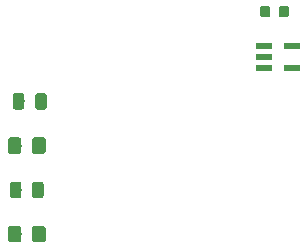
<source format=gbr>
G04 #@! TF.GenerationSoftware,KiCad,Pcbnew,6.0.0-rc1-unknown-46fddab~66~ubuntu16.04.1*
G04 #@! TF.CreationDate,2018-09-29T20:34:26+01:00*
G04 #@! TF.ProjectId,test,746573742E6B696361645F7063620000,rev?*
G04 #@! TF.SameCoordinates,Original*
G04 #@! TF.FileFunction,Paste,Top*
G04 #@! TF.FilePolarity,Positive*
%FSLAX46Y46*%
G04 Gerber Fmt 4.6, Leading zero omitted, Abs format (unit mm)*
G04 Created by KiCad (PCBNEW 6.0.0-rc1-unknown-46fddab~66~ubuntu16.04.1) date Sat Sep 29 20:34:26 2018*
%MOMM*%
%LPD*%
G01*
G04 APERTURE LIST*
%ADD10C,0.100000*%
%ADD11C,0.875000*%
%ADD12R,1.390000X0.580000*%
%ADD13C,1.150000*%
%ADD14C,0.975000*%
G04 APERTURE END LIST*
D10*
G04 #@! TO.C,C4*
G36*
X171918691Y-73440053D02*
X171939926Y-73443203D01*
X171960750Y-73448419D01*
X171980962Y-73455651D01*
X172000368Y-73464830D01*
X172018781Y-73475866D01*
X172036024Y-73488654D01*
X172051930Y-73503070D01*
X172066346Y-73518976D01*
X172079134Y-73536219D01*
X172090170Y-73554632D01*
X172099349Y-73574038D01*
X172106581Y-73594250D01*
X172111797Y-73615074D01*
X172114947Y-73636309D01*
X172116000Y-73657750D01*
X172116000Y-74170250D01*
X172114947Y-74191691D01*
X172111797Y-74212926D01*
X172106581Y-74233750D01*
X172099349Y-74253962D01*
X172090170Y-74273368D01*
X172079134Y-74291781D01*
X172066346Y-74309024D01*
X172051930Y-74324930D01*
X172036024Y-74339346D01*
X172018781Y-74352134D01*
X172000368Y-74363170D01*
X171980962Y-74372349D01*
X171960750Y-74379581D01*
X171939926Y-74384797D01*
X171918691Y-74387947D01*
X171897250Y-74389000D01*
X171459750Y-74389000D01*
X171438309Y-74387947D01*
X171417074Y-74384797D01*
X171396250Y-74379581D01*
X171376038Y-74372349D01*
X171356632Y-74363170D01*
X171338219Y-74352134D01*
X171320976Y-74339346D01*
X171305070Y-74324930D01*
X171290654Y-74309024D01*
X171277866Y-74291781D01*
X171266830Y-74273368D01*
X171257651Y-74253962D01*
X171250419Y-74233750D01*
X171245203Y-74212926D01*
X171242053Y-74191691D01*
X171241000Y-74170250D01*
X171241000Y-73657750D01*
X171242053Y-73636309D01*
X171245203Y-73615074D01*
X171250419Y-73594250D01*
X171257651Y-73574038D01*
X171266830Y-73554632D01*
X171277866Y-73536219D01*
X171290654Y-73518976D01*
X171305070Y-73503070D01*
X171320976Y-73488654D01*
X171338219Y-73475866D01*
X171356632Y-73464830D01*
X171376038Y-73455651D01*
X171396250Y-73448419D01*
X171417074Y-73443203D01*
X171438309Y-73440053D01*
X171459750Y-73439000D01*
X171897250Y-73439000D01*
X171918691Y-73440053D01*
X171918691Y-73440053D01*
G37*
D11*
X171678500Y-73914000D03*
D10*
G36*
X173493691Y-73440053D02*
X173514926Y-73443203D01*
X173535750Y-73448419D01*
X173555962Y-73455651D01*
X173575368Y-73464830D01*
X173593781Y-73475866D01*
X173611024Y-73488654D01*
X173626930Y-73503070D01*
X173641346Y-73518976D01*
X173654134Y-73536219D01*
X173665170Y-73554632D01*
X173674349Y-73574038D01*
X173681581Y-73594250D01*
X173686797Y-73615074D01*
X173689947Y-73636309D01*
X173691000Y-73657750D01*
X173691000Y-74170250D01*
X173689947Y-74191691D01*
X173686797Y-74212926D01*
X173681581Y-74233750D01*
X173674349Y-74253962D01*
X173665170Y-74273368D01*
X173654134Y-74291781D01*
X173641346Y-74309024D01*
X173626930Y-74324930D01*
X173611024Y-74339346D01*
X173593781Y-74352134D01*
X173575368Y-74363170D01*
X173555962Y-74372349D01*
X173535750Y-74379581D01*
X173514926Y-74384797D01*
X173493691Y-74387947D01*
X173472250Y-74389000D01*
X173034750Y-74389000D01*
X173013309Y-74387947D01*
X172992074Y-74384797D01*
X172971250Y-74379581D01*
X172951038Y-74372349D01*
X172931632Y-74363170D01*
X172913219Y-74352134D01*
X172895976Y-74339346D01*
X172880070Y-74324930D01*
X172865654Y-74309024D01*
X172852866Y-74291781D01*
X172841830Y-74273368D01*
X172832651Y-74253962D01*
X172825419Y-74233750D01*
X172820203Y-74212926D01*
X172817053Y-74191691D01*
X172816000Y-74170250D01*
X172816000Y-73657750D01*
X172817053Y-73636309D01*
X172820203Y-73615074D01*
X172825419Y-73594250D01*
X172832651Y-73574038D01*
X172841830Y-73554632D01*
X172852866Y-73536219D01*
X172865654Y-73518976D01*
X172880070Y-73503070D01*
X172895976Y-73488654D01*
X172913219Y-73475866D01*
X172931632Y-73464830D01*
X172951038Y-73455651D01*
X172971250Y-73448419D01*
X172992074Y-73443203D01*
X173013309Y-73440053D01*
X173034750Y-73439000D01*
X173472250Y-73439000D01*
X173493691Y-73440053D01*
X173493691Y-73440053D01*
G37*
D11*
X173253500Y-73914000D03*
G04 #@! TD*
D12*
G04 #@! TO.C,U4*
X171585000Y-76800000D03*
X171585000Y-77750000D03*
X171585000Y-78700000D03*
X173915000Y-78700000D03*
X173915000Y-76800000D03*
G04 #@! TD*
D10*
G04 #@! TO.C,D2*
G36*
X150824505Y-84551204D02*
X150848773Y-84554804D01*
X150872572Y-84560765D01*
X150895671Y-84569030D01*
X150917850Y-84579520D01*
X150938893Y-84592132D01*
X150958599Y-84606747D01*
X150976777Y-84623223D01*
X150993253Y-84641401D01*
X151007868Y-84661107D01*
X151020480Y-84682150D01*
X151030970Y-84704329D01*
X151039235Y-84727428D01*
X151045196Y-84751227D01*
X151048796Y-84775495D01*
X151050000Y-84799999D01*
X151050000Y-85700001D01*
X151048796Y-85724505D01*
X151045196Y-85748773D01*
X151039235Y-85772572D01*
X151030970Y-85795671D01*
X151020480Y-85817850D01*
X151007868Y-85838893D01*
X150993253Y-85858599D01*
X150976777Y-85876777D01*
X150958599Y-85893253D01*
X150938893Y-85907868D01*
X150917850Y-85920480D01*
X150895671Y-85930970D01*
X150872572Y-85939235D01*
X150848773Y-85945196D01*
X150824505Y-85948796D01*
X150800001Y-85950000D01*
X150149999Y-85950000D01*
X150125495Y-85948796D01*
X150101227Y-85945196D01*
X150077428Y-85939235D01*
X150054329Y-85930970D01*
X150032150Y-85920480D01*
X150011107Y-85907868D01*
X149991401Y-85893253D01*
X149973223Y-85876777D01*
X149956747Y-85858599D01*
X149942132Y-85838893D01*
X149929520Y-85817850D01*
X149919030Y-85795671D01*
X149910765Y-85772572D01*
X149904804Y-85748773D01*
X149901204Y-85724505D01*
X149900000Y-85700001D01*
X149900000Y-84799999D01*
X149901204Y-84775495D01*
X149904804Y-84751227D01*
X149910765Y-84727428D01*
X149919030Y-84704329D01*
X149929520Y-84682150D01*
X149942132Y-84661107D01*
X149956747Y-84641401D01*
X149973223Y-84623223D01*
X149991401Y-84606747D01*
X150011107Y-84592132D01*
X150032150Y-84579520D01*
X150054329Y-84569030D01*
X150077428Y-84560765D01*
X150101227Y-84554804D01*
X150125495Y-84551204D01*
X150149999Y-84550000D01*
X150800001Y-84550000D01*
X150824505Y-84551204D01*
X150824505Y-84551204D01*
G37*
D13*
X150475000Y-85250000D03*
D10*
G36*
X152874505Y-84551204D02*
X152898773Y-84554804D01*
X152922572Y-84560765D01*
X152945671Y-84569030D01*
X152967850Y-84579520D01*
X152988893Y-84592132D01*
X153008599Y-84606747D01*
X153026777Y-84623223D01*
X153043253Y-84641401D01*
X153057868Y-84661107D01*
X153070480Y-84682150D01*
X153080970Y-84704329D01*
X153089235Y-84727428D01*
X153095196Y-84751227D01*
X153098796Y-84775495D01*
X153100000Y-84799999D01*
X153100000Y-85700001D01*
X153098796Y-85724505D01*
X153095196Y-85748773D01*
X153089235Y-85772572D01*
X153080970Y-85795671D01*
X153070480Y-85817850D01*
X153057868Y-85838893D01*
X153043253Y-85858599D01*
X153026777Y-85876777D01*
X153008599Y-85893253D01*
X152988893Y-85907868D01*
X152967850Y-85920480D01*
X152945671Y-85930970D01*
X152922572Y-85939235D01*
X152898773Y-85945196D01*
X152874505Y-85948796D01*
X152850001Y-85950000D01*
X152199999Y-85950000D01*
X152175495Y-85948796D01*
X152151227Y-85945196D01*
X152127428Y-85939235D01*
X152104329Y-85930970D01*
X152082150Y-85920480D01*
X152061107Y-85907868D01*
X152041401Y-85893253D01*
X152023223Y-85876777D01*
X152006747Y-85858599D01*
X151992132Y-85838893D01*
X151979520Y-85817850D01*
X151969030Y-85795671D01*
X151960765Y-85772572D01*
X151954804Y-85748773D01*
X151951204Y-85724505D01*
X151950000Y-85700001D01*
X151950000Y-84799999D01*
X151951204Y-84775495D01*
X151954804Y-84751227D01*
X151960765Y-84727428D01*
X151969030Y-84704329D01*
X151979520Y-84682150D01*
X151992132Y-84661107D01*
X152006747Y-84641401D01*
X152023223Y-84623223D01*
X152041401Y-84606747D01*
X152061107Y-84592132D01*
X152082150Y-84579520D01*
X152104329Y-84569030D01*
X152127428Y-84560765D01*
X152151227Y-84554804D01*
X152175495Y-84551204D01*
X152199999Y-84550000D01*
X152850001Y-84550000D01*
X152874505Y-84551204D01*
X152874505Y-84551204D01*
G37*
D13*
X152525000Y-85250000D03*
G04 #@! TD*
D10*
G04 #@! TO.C,D3*
G36*
X152874505Y-92051204D02*
X152898773Y-92054804D01*
X152922572Y-92060765D01*
X152945671Y-92069030D01*
X152967850Y-92079520D01*
X152988893Y-92092132D01*
X153008599Y-92106747D01*
X153026777Y-92123223D01*
X153043253Y-92141401D01*
X153057868Y-92161107D01*
X153070480Y-92182150D01*
X153080970Y-92204329D01*
X153089235Y-92227428D01*
X153095196Y-92251227D01*
X153098796Y-92275495D01*
X153100000Y-92299999D01*
X153100000Y-93200001D01*
X153098796Y-93224505D01*
X153095196Y-93248773D01*
X153089235Y-93272572D01*
X153080970Y-93295671D01*
X153070480Y-93317850D01*
X153057868Y-93338893D01*
X153043253Y-93358599D01*
X153026777Y-93376777D01*
X153008599Y-93393253D01*
X152988893Y-93407868D01*
X152967850Y-93420480D01*
X152945671Y-93430970D01*
X152922572Y-93439235D01*
X152898773Y-93445196D01*
X152874505Y-93448796D01*
X152850001Y-93450000D01*
X152199999Y-93450000D01*
X152175495Y-93448796D01*
X152151227Y-93445196D01*
X152127428Y-93439235D01*
X152104329Y-93430970D01*
X152082150Y-93420480D01*
X152061107Y-93407868D01*
X152041401Y-93393253D01*
X152023223Y-93376777D01*
X152006747Y-93358599D01*
X151992132Y-93338893D01*
X151979520Y-93317850D01*
X151969030Y-93295671D01*
X151960765Y-93272572D01*
X151954804Y-93248773D01*
X151951204Y-93224505D01*
X151950000Y-93200001D01*
X151950000Y-92299999D01*
X151951204Y-92275495D01*
X151954804Y-92251227D01*
X151960765Y-92227428D01*
X151969030Y-92204329D01*
X151979520Y-92182150D01*
X151992132Y-92161107D01*
X152006747Y-92141401D01*
X152023223Y-92123223D01*
X152041401Y-92106747D01*
X152061107Y-92092132D01*
X152082150Y-92079520D01*
X152104329Y-92069030D01*
X152127428Y-92060765D01*
X152151227Y-92054804D01*
X152175495Y-92051204D01*
X152199999Y-92050000D01*
X152850001Y-92050000D01*
X152874505Y-92051204D01*
X152874505Y-92051204D01*
G37*
D13*
X152525000Y-92750000D03*
D10*
G36*
X150824505Y-92051204D02*
X150848773Y-92054804D01*
X150872572Y-92060765D01*
X150895671Y-92069030D01*
X150917850Y-92079520D01*
X150938893Y-92092132D01*
X150958599Y-92106747D01*
X150976777Y-92123223D01*
X150993253Y-92141401D01*
X151007868Y-92161107D01*
X151020480Y-92182150D01*
X151030970Y-92204329D01*
X151039235Y-92227428D01*
X151045196Y-92251227D01*
X151048796Y-92275495D01*
X151050000Y-92299999D01*
X151050000Y-93200001D01*
X151048796Y-93224505D01*
X151045196Y-93248773D01*
X151039235Y-93272572D01*
X151030970Y-93295671D01*
X151020480Y-93317850D01*
X151007868Y-93338893D01*
X150993253Y-93358599D01*
X150976777Y-93376777D01*
X150958599Y-93393253D01*
X150938893Y-93407868D01*
X150917850Y-93420480D01*
X150895671Y-93430970D01*
X150872572Y-93439235D01*
X150848773Y-93445196D01*
X150824505Y-93448796D01*
X150800001Y-93450000D01*
X150149999Y-93450000D01*
X150125495Y-93448796D01*
X150101227Y-93445196D01*
X150077428Y-93439235D01*
X150054329Y-93430970D01*
X150032150Y-93420480D01*
X150011107Y-93407868D01*
X149991401Y-93393253D01*
X149973223Y-93376777D01*
X149956747Y-93358599D01*
X149942132Y-93338893D01*
X149929520Y-93317850D01*
X149919030Y-93295671D01*
X149910765Y-93272572D01*
X149904804Y-93248773D01*
X149901204Y-93224505D01*
X149900000Y-93200001D01*
X149900000Y-92299999D01*
X149901204Y-92275495D01*
X149904804Y-92251227D01*
X149910765Y-92227428D01*
X149919030Y-92204329D01*
X149929520Y-92182150D01*
X149942132Y-92161107D01*
X149956747Y-92141401D01*
X149973223Y-92123223D01*
X149991401Y-92106747D01*
X150011107Y-92092132D01*
X150032150Y-92079520D01*
X150054329Y-92069030D01*
X150077428Y-92060765D01*
X150101227Y-92054804D01*
X150125495Y-92051204D01*
X150149999Y-92050000D01*
X150800001Y-92050000D01*
X150824505Y-92051204D01*
X150824505Y-92051204D01*
G37*
D13*
X150475000Y-92750000D03*
G04 #@! TD*
D10*
G04 #@! TO.C,R18*
G36*
X152955142Y-80801174D02*
X152978803Y-80804684D01*
X153002007Y-80810496D01*
X153024529Y-80818554D01*
X153046153Y-80828782D01*
X153066670Y-80841079D01*
X153085883Y-80855329D01*
X153103607Y-80871393D01*
X153119671Y-80889117D01*
X153133921Y-80908330D01*
X153146218Y-80928847D01*
X153156446Y-80950471D01*
X153164504Y-80972993D01*
X153170316Y-80996197D01*
X153173826Y-81019858D01*
X153175000Y-81043750D01*
X153175000Y-81956250D01*
X153173826Y-81980142D01*
X153170316Y-82003803D01*
X153164504Y-82027007D01*
X153156446Y-82049529D01*
X153146218Y-82071153D01*
X153133921Y-82091670D01*
X153119671Y-82110883D01*
X153103607Y-82128607D01*
X153085883Y-82144671D01*
X153066670Y-82158921D01*
X153046153Y-82171218D01*
X153024529Y-82181446D01*
X153002007Y-82189504D01*
X152978803Y-82195316D01*
X152955142Y-82198826D01*
X152931250Y-82200000D01*
X152443750Y-82200000D01*
X152419858Y-82198826D01*
X152396197Y-82195316D01*
X152372993Y-82189504D01*
X152350471Y-82181446D01*
X152328847Y-82171218D01*
X152308330Y-82158921D01*
X152289117Y-82144671D01*
X152271393Y-82128607D01*
X152255329Y-82110883D01*
X152241079Y-82091670D01*
X152228782Y-82071153D01*
X152218554Y-82049529D01*
X152210496Y-82027007D01*
X152204684Y-82003803D01*
X152201174Y-81980142D01*
X152200000Y-81956250D01*
X152200000Y-81043750D01*
X152201174Y-81019858D01*
X152204684Y-80996197D01*
X152210496Y-80972993D01*
X152218554Y-80950471D01*
X152228782Y-80928847D01*
X152241079Y-80908330D01*
X152255329Y-80889117D01*
X152271393Y-80871393D01*
X152289117Y-80855329D01*
X152308330Y-80841079D01*
X152328847Y-80828782D01*
X152350471Y-80818554D01*
X152372993Y-80810496D01*
X152396197Y-80804684D01*
X152419858Y-80801174D01*
X152443750Y-80800000D01*
X152931250Y-80800000D01*
X152955142Y-80801174D01*
X152955142Y-80801174D01*
G37*
D14*
X152687500Y-81500000D03*
D10*
G36*
X151080142Y-80801174D02*
X151103803Y-80804684D01*
X151127007Y-80810496D01*
X151149529Y-80818554D01*
X151171153Y-80828782D01*
X151191670Y-80841079D01*
X151210883Y-80855329D01*
X151228607Y-80871393D01*
X151244671Y-80889117D01*
X151258921Y-80908330D01*
X151271218Y-80928847D01*
X151281446Y-80950471D01*
X151289504Y-80972993D01*
X151295316Y-80996197D01*
X151298826Y-81019858D01*
X151300000Y-81043750D01*
X151300000Y-81956250D01*
X151298826Y-81980142D01*
X151295316Y-82003803D01*
X151289504Y-82027007D01*
X151281446Y-82049529D01*
X151271218Y-82071153D01*
X151258921Y-82091670D01*
X151244671Y-82110883D01*
X151228607Y-82128607D01*
X151210883Y-82144671D01*
X151191670Y-82158921D01*
X151171153Y-82171218D01*
X151149529Y-82181446D01*
X151127007Y-82189504D01*
X151103803Y-82195316D01*
X151080142Y-82198826D01*
X151056250Y-82200000D01*
X150568750Y-82200000D01*
X150544858Y-82198826D01*
X150521197Y-82195316D01*
X150497993Y-82189504D01*
X150475471Y-82181446D01*
X150453847Y-82171218D01*
X150433330Y-82158921D01*
X150414117Y-82144671D01*
X150396393Y-82128607D01*
X150380329Y-82110883D01*
X150366079Y-82091670D01*
X150353782Y-82071153D01*
X150343554Y-82049529D01*
X150335496Y-82027007D01*
X150329684Y-82003803D01*
X150326174Y-81980142D01*
X150325000Y-81956250D01*
X150325000Y-81043750D01*
X150326174Y-81019858D01*
X150329684Y-80996197D01*
X150335496Y-80972993D01*
X150343554Y-80950471D01*
X150353782Y-80928847D01*
X150366079Y-80908330D01*
X150380329Y-80889117D01*
X150396393Y-80871393D01*
X150414117Y-80855329D01*
X150433330Y-80841079D01*
X150453847Y-80828782D01*
X150475471Y-80818554D01*
X150497993Y-80810496D01*
X150521197Y-80804684D01*
X150544858Y-80801174D01*
X150568750Y-80800000D01*
X151056250Y-80800000D01*
X151080142Y-80801174D01*
X151080142Y-80801174D01*
G37*
D14*
X150812500Y-81500000D03*
G04 #@! TD*
D10*
G04 #@! TO.C,R19*
G36*
X150830142Y-88301174D02*
X150853803Y-88304684D01*
X150877007Y-88310496D01*
X150899529Y-88318554D01*
X150921153Y-88328782D01*
X150941670Y-88341079D01*
X150960883Y-88355329D01*
X150978607Y-88371393D01*
X150994671Y-88389117D01*
X151008921Y-88408330D01*
X151021218Y-88428847D01*
X151031446Y-88450471D01*
X151039504Y-88472993D01*
X151045316Y-88496197D01*
X151048826Y-88519858D01*
X151050000Y-88543750D01*
X151050000Y-89456250D01*
X151048826Y-89480142D01*
X151045316Y-89503803D01*
X151039504Y-89527007D01*
X151031446Y-89549529D01*
X151021218Y-89571153D01*
X151008921Y-89591670D01*
X150994671Y-89610883D01*
X150978607Y-89628607D01*
X150960883Y-89644671D01*
X150941670Y-89658921D01*
X150921153Y-89671218D01*
X150899529Y-89681446D01*
X150877007Y-89689504D01*
X150853803Y-89695316D01*
X150830142Y-89698826D01*
X150806250Y-89700000D01*
X150318750Y-89700000D01*
X150294858Y-89698826D01*
X150271197Y-89695316D01*
X150247993Y-89689504D01*
X150225471Y-89681446D01*
X150203847Y-89671218D01*
X150183330Y-89658921D01*
X150164117Y-89644671D01*
X150146393Y-89628607D01*
X150130329Y-89610883D01*
X150116079Y-89591670D01*
X150103782Y-89571153D01*
X150093554Y-89549529D01*
X150085496Y-89527007D01*
X150079684Y-89503803D01*
X150076174Y-89480142D01*
X150075000Y-89456250D01*
X150075000Y-88543750D01*
X150076174Y-88519858D01*
X150079684Y-88496197D01*
X150085496Y-88472993D01*
X150093554Y-88450471D01*
X150103782Y-88428847D01*
X150116079Y-88408330D01*
X150130329Y-88389117D01*
X150146393Y-88371393D01*
X150164117Y-88355329D01*
X150183330Y-88341079D01*
X150203847Y-88328782D01*
X150225471Y-88318554D01*
X150247993Y-88310496D01*
X150271197Y-88304684D01*
X150294858Y-88301174D01*
X150318750Y-88300000D01*
X150806250Y-88300000D01*
X150830142Y-88301174D01*
X150830142Y-88301174D01*
G37*
D14*
X150562500Y-89000000D03*
D10*
G36*
X152705142Y-88301174D02*
X152728803Y-88304684D01*
X152752007Y-88310496D01*
X152774529Y-88318554D01*
X152796153Y-88328782D01*
X152816670Y-88341079D01*
X152835883Y-88355329D01*
X152853607Y-88371393D01*
X152869671Y-88389117D01*
X152883921Y-88408330D01*
X152896218Y-88428847D01*
X152906446Y-88450471D01*
X152914504Y-88472993D01*
X152920316Y-88496197D01*
X152923826Y-88519858D01*
X152925000Y-88543750D01*
X152925000Y-89456250D01*
X152923826Y-89480142D01*
X152920316Y-89503803D01*
X152914504Y-89527007D01*
X152906446Y-89549529D01*
X152896218Y-89571153D01*
X152883921Y-89591670D01*
X152869671Y-89610883D01*
X152853607Y-89628607D01*
X152835883Y-89644671D01*
X152816670Y-89658921D01*
X152796153Y-89671218D01*
X152774529Y-89681446D01*
X152752007Y-89689504D01*
X152728803Y-89695316D01*
X152705142Y-89698826D01*
X152681250Y-89700000D01*
X152193750Y-89700000D01*
X152169858Y-89698826D01*
X152146197Y-89695316D01*
X152122993Y-89689504D01*
X152100471Y-89681446D01*
X152078847Y-89671218D01*
X152058330Y-89658921D01*
X152039117Y-89644671D01*
X152021393Y-89628607D01*
X152005329Y-89610883D01*
X151991079Y-89591670D01*
X151978782Y-89571153D01*
X151968554Y-89549529D01*
X151960496Y-89527007D01*
X151954684Y-89503803D01*
X151951174Y-89480142D01*
X151950000Y-89456250D01*
X151950000Y-88543750D01*
X151951174Y-88519858D01*
X151954684Y-88496197D01*
X151960496Y-88472993D01*
X151968554Y-88450471D01*
X151978782Y-88428847D01*
X151991079Y-88408330D01*
X152005329Y-88389117D01*
X152021393Y-88371393D01*
X152039117Y-88355329D01*
X152058330Y-88341079D01*
X152078847Y-88328782D01*
X152100471Y-88318554D01*
X152122993Y-88310496D01*
X152146197Y-88304684D01*
X152169858Y-88301174D01*
X152193750Y-88300000D01*
X152681250Y-88300000D01*
X152705142Y-88301174D01*
X152705142Y-88301174D01*
G37*
D14*
X152437500Y-89000000D03*
G04 #@! TD*
M02*

</source>
